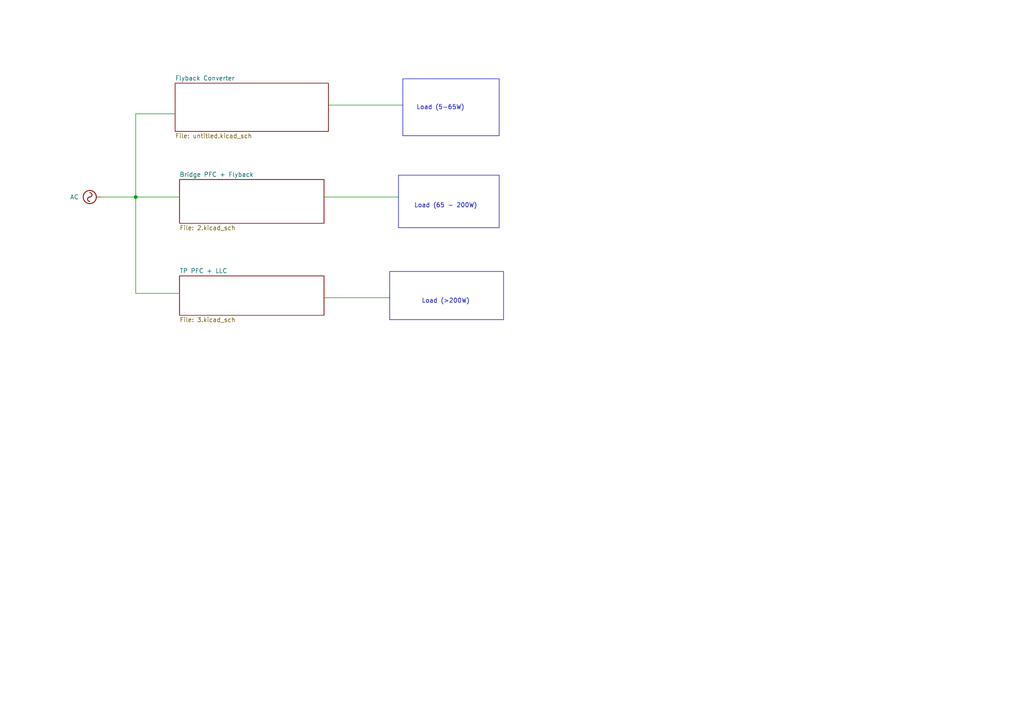
<source format=kicad_sch>
(kicad_sch
	(version 20250114)
	(generator "eeschema")
	(generator_version "9.0")
	(uuid "415387ac-38c2-41cd-8974-955c70827c32")
	(paper "A4")
	(lib_symbols
		(symbol "power:AC"
			(power)
			(pin_numbers
				(hide yes)
			)
			(pin_names
				(offset 0)
				(hide yes)
			)
			(exclude_from_sim no)
			(in_bom yes)
			(on_board yes)
			(property "Reference" "#PWR"
				(at 0 -2.54 0)
				(effects
					(font
						(size 1.27 1.27)
					)
					(hide yes)
				)
			)
			(property "Value" "AC"
				(at 0 6.35 0)
				(effects
					(font
						(size 1.27 1.27)
					)
				)
			)
			(property "Footprint" ""
				(at 0 0 0)
				(effects
					(font
						(size 1.27 1.27)
					)
					(hide yes)
				)
			)
			(property "Datasheet" ""
				(at 0 0 0)
				(effects
					(font
						(size 1.27 1.27)
					)
					(hide yes)
				)
			)
			(property "Description" "Power symbol creates a global label with name \"AC\""
				(at 0 0 0)
				(effects
					(font
						(size 1.27 1.27)
					)
					(hide yes)
				)
			)
			(property "ki_keywords" "global power"
				(at 0 0 0)
				(effects
					(font
						(size 1.27 1.27)
					)
					(hide yes)
				)
			)
			(symbol "AC_0_1"
				(arc
					(start -1.27 3.175)
					(mid -0.635 3.8073)
					(end 0 3.175)
					(stroke
						(width 0.254)
						(type default)
					)
					(fill
						(type none)
					)
				)
				(circle
					(center 0 3.175)
					(radius 1.905)
					(stroke
						(width 0.254)
						(type default)
					)
					(fill
						(type none)
					)
				)
				(polyline
					(pts
						(xy 0 0) (xy 0 1.27)
					)
					(stroke
						(width 0)
						(type default)
					)
					(fill
						(type none)
					)
				)
				(arc
					(start 1.27 3.175)
					(mid 0.635 2.5427)
					(end 0 3.175)
					(stroke
						(width 0.254)
						(type default)
					)
					(fill
						(type none)
					)
				)
			)
			(symbol "AC_1_1"
				(pin power_in line
					(at 0 0 90)
					(length 0)
					(name "~"
						(effects
							(font
								(size 1.27 1.27)
							)
						)
					)
					(number "1"
						(effects
							(font
								(size 1.27 1.27)
							)
						)
					)
				)
			)
			(embedded_fonts no)
		)
	)
	(rectangle
		(start 116.84 22.86)
		(end 144.78 39.37)
		(stroke
			(width 0)
			(type default)
		)
		(fill
			(type none)
		)
		(uuid 2926a660-1eef-46b9-8cfd-100c1b1b2f6f)
	)
	(rectangle
		(start 115.57 50.8)
		(end 144.78 66.04)
		(stroke
			(width 0)
			(type default)
		)
		(fill
			(type none)
		)
		(uuid bec7ec40-c0b6-4b5f-81d5-8d4316cb5110)
	)
	(rectangle
		(start 113.03 78.74)
		(end 146.05 92.71)
		(stroke
			(width 0)
			(type default)
		)
		(fill
			(type none)
		)
		(uuid d41bc35b-d872-43e8-b846-3a1799fbd4e9)
	)
	(text "Load (>200W)"
		(exclude_from_sim no)
		(at 129.286 87.376 0)
		(effects
			(font
				(size 1.27 1.27)
			)
		)
		(uuid "072e680d-999c-4987-8962-6ed2430d299b")
	)
	(text "Load (5-65W)\n"
		(exclude_from_sim no)
		(at 127.762 31.242 0)
		(effects
			(font
				(size 1.27 1.27)
			)
		)
		(uuid "f8c8df23-fdcb-45f9-a880-72d0a767cb37")
	)
	(text "Load (65 - 200W)\n"
		(exclude_from_sim no)
		(at 129.286 59.69 0)
		(effects
			(font
				(size 1.27 1.27)
			)
		)
		(uuid "fc51dfa0-f05e-4d37-ab61-a04bf15a42c7")
	)
	(junction
		(at 39.37 57.15)
		(diameter 0)
		(color 0 0 0 0)
		(uuid "463f3d9e-a6c5-4b34-9292-980589f62a92")
	)
	(wire
		(pts
			(xy 39.37 57.15) (xy 52.07 57.15)
		)
		(stroke
			(width 0)
			(type default)
		)
		(uuid "2f5fedd7-b679-4a64-8c62-d1fd3b6ed08b")
	)
	(wire
		(pts
			(xy 29.21 57.15) (xy 39.37 57.15)
		)
		(stroke
			(width 0)
			(type default)
		)
		(uuid "3cb6a36e-f8d8-4e9a-92d9-36176eab7ee9")
	)
	(wire
		(pts
			(xy 39.37 33.02) (xy 50.8 33.02)
		)
		(stroke
			(width 0)
			(type default)
		)
		(uuid "44c02263-66c2-4424-91cb-9a1f71a6219e")
	)
	(wire
		(pts
			(xy 93.98 57.15) (xy 115.57 57.15)
		)
		(stroke
			(width 0)
			(type default)
		)
		(uuid "46af51e6-75b3-4f80-b8f5-c9ab35e8f4da")
	)
	(wire
		(pts
			(xy 113.03 85.09) (xy 113.03 86.36)
		)
		(stroke
			(width 0)
			(type default)
		)
		(uuid "4afb93fc-5ed0-4a88-af24-6107fc93e41f")
	)
	(wire
		(pts
			(xy 93.98 86.36) (xy 113.03 86.36)
		)
		(stroke
			(width 0)
			(type default)
		)
		(uuid "553ca49c-6851-4968-9742-79d3cc548ae7")
	)
	(wire
		(pts
			(xy 95.25 30.48) (xy 116.84 30.48)
		)
		(stroke
			(width 0)
			(type default)
		)
		(uuid "6de48286-a82b-4bd5-9bb6-ef5c6c777434")
	)
	(wire
		(pts
			(xy 39.37 57.15) (xy 39.37 33.02)
		)
		(stroke
			(width 0)
			(type default)
		)
		(uuid "c1d4081b-5781-4551-9b01-9e692b449ea3")
	)
	(wire
		(pts
			(xy 39.37 85.09) (xy 52.07 85.09)
		)
		(stroke
			(width 0)
			(type default)
		)
		(uuid "cf7323a3-f985-4d67-b685-298d5f8478ab")
	)
	(wire
		(pts
			(xy 39.37 57.15) (xy 39.37 85.09)
		)
		(stroke
			(width 0)
			(type default)
		)
		(uuid "fef65971-05a7-4b72-8da3-1c897d714611")
	)
	(symbol
		(lib_id "power:AC")
		(at 29.21 57.15 90)
		(unit 1)
		(exclude_from_sim no)
		(in_bom yes)
		(on_board yes)
		(dnp no)
		(fields_autoplaced yes)
		(uuid "f7fa81a7-d98f-4578-8cb6-88db4541b912")
		(property "Reference" "#PWR01"
			(at 31.75 57.15 0)
			(effects
				(font
					(size 1.27 1.27)
				)
				(hide yes)
			)
		)
		(property "Value" "AC"
			(at 22.86 57.1499 90)
			(effects
				(font
					(size 1.27 1.27)
				)
				(justify left)
			)
		)
		(property "Footprint" ""
			(at 29.21 57.15 0)
			(effects
				(font
					(size 1.27 1.27)
				)
				(hide yes)
			)
		)
		(property "Datasheet" ""
			(at 29.21 57.15 0)
			(effects
				(font
					(size 1.27 1.27)
				)
				(hide yes)
			)
		)
		(property "Description" "Power symbol creates a global label with name \"AC\""
			(at 29.21 57.15 0)
			(effects
				(font
					(size 1.27 1.27)
				)
				(hide yes)
			)
		)
		(pin "1"
			(uuid "dae9482b-765f-442a-8dc0-eddc97f316d1")
		)
		(instances
			(project ""
				(path "/415387ac-38c2-41cd-8974-955c70827c32"
					(reference "#PWR01")
					(unit 1)
				)
			)
		)
	)
	(sheet
		(at 52.07 52.07)
		(size 41.91 12.7)
		(exclude_from_sim no)
		(in_bom yes)
		(on_board yes)
		(dnp no)
		(fields_autoplaced yes)
		(stroke
			(width 0.1524)
			(type solid)
		)
		(fill
			(color 0 0 0 0.0000)
		)
		(uuid "18ebcf11-9763-4234-b6e0-141d1f26b98f")
		(property "Sheetname" "Bridge PFC + Flyback"
			(at 52.07 51.3584 0)
			(effects
				(font
					(size 1.27 1.27)
				)
				(justify left bottom)
			)
		)
		(property "Sheetfile" "2.kicad_sch"
			(at 52.07 65.3546 0)
			(effects
				(font
					(size 1.27 1.27)
				)
				(justify left top)
			)
		)
		(instances
			(project "Heavy-Operations-UI-Industry-System-EI-SMPS5-65-200"
				(path "/415387ac-38c2-41cd-8974-955c70827c32"
					(page "3")
				)
			)
		)
	)
	(sheet
		(at 52.07 80.01)
		(size 41.91 11.43)
		(exclude_from_sim no)
		(in_bom yes)
		(on_board yes)
		(dnp no)
		(fields_autoplaced yes)
		(stroke
			(width 0.1524)
			(type solid)
		)
		(fill
			(color 0 0 0 0.0000)
		)
		(uuid "3af521af-514b-4082-99d7-2102ad39b798")
		(property "Sheetname" "TP PFC + LLC"
			(at 52.07 79.2984 0)
			(effects
				(font
					(size 1.27 1.27)
				)
				(justify left bottom)
			)
		)
		(property "Sheetfile" "3.kicad_sch"
			(at 52.07 92.0246 0)
			(effects
				(font
					(size 1.27 1.27)
				)
				(justify left top)
			)
		)
		(instances
			(project "Heavy-Operations-UI-Industry-System-EI-SMPS5-65-200"
				(path "/415387ac-38c2-41cd-8974-955c70827c32"
					(page "4")
				)
			)
		)
	)
	(sheet
		(at 50.8 24.13)
		(size 44.45 13.97)
		(exclude_from_sim no)
		(in_bom yes)
		(on_board yes)
		(dnp no)
		(fields_autoplaced yes)
		(stroke
			(width 0.1524)
			(type solid)
		)
		(fill
			(color 0 0 0 0.0000)
		)
		(uuid "4cbd209a-d481-4825-8f46-0ed664f8ac91")
		(property "Sheetname" "Flyback Converter"
			(at 50.8 23.4184 0)
			(effects
				(font
					(size 1.27 1.27)
				)
				(justify left bottom)
			)
		)
		(property "Sheetfile" "untitled.kicad_sch"
			(at 50.8 38.6846 0)
			(effects
				(font
					(size 1.27 1.27)
				)
				(justify left top)
			)
		)
		(instances
			(project "Heavy-Operations-UI-Industry-System-EI-SMPS5-65-200"
				(path "/415387ac-38c2-41cd-8974-955c70827c32"
					(page "2")
				)
			)
		)
	)
	(sheet_instances
		(path "/"
			(page "1")
		)
	)
	(embedded_fonts no)
)

</source>
